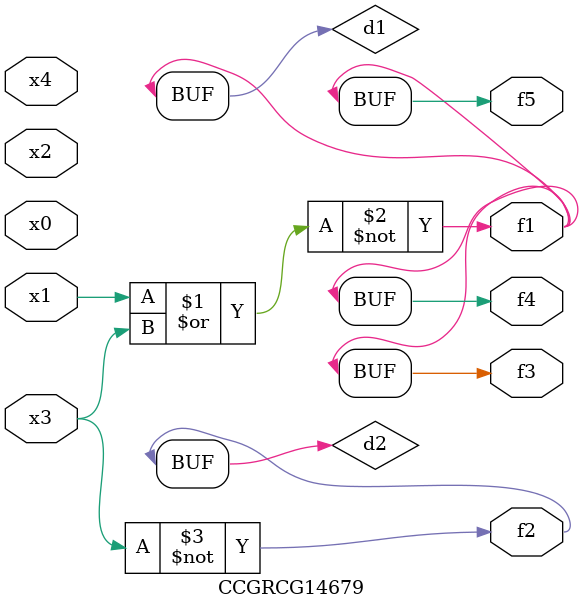
<source format=v>
module CCGRCG14679(
	input x0, x1, x2, x3, x4,
	output f1, f2, f3, f4, f5
);

	wire d1, d2;

	nor (d1, x1, x3);
	not (d2, x3);
	assign f1 = d1;
	assign f2 = d2;
	assign f3 = d1;
	assign f4 = d1;
	assign f5 = d1;
endmodule

</source>
